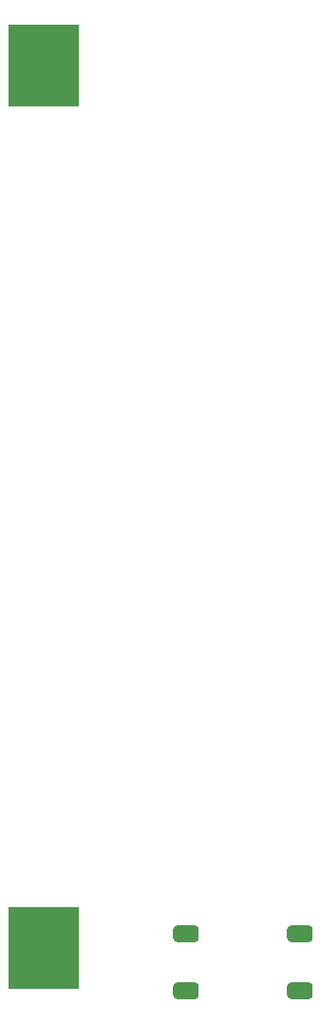
<source format=gbr>
%TF.GenerationSoftware,KiCad,Pcbnew,7.0.9+dfsg-1*%
%TF.CreationDate,2023-11-29T16:22:22+07:00*%
%TF.ProjectId,wifitools,77696669-746f-46f6-9c73-2e6b69636164,rev?*%
%TF.SameCoordinates,Original*%
%TF.FileFunction,Paste,Bot*%
%TF.FilePolarity,Positive*%
%FSLAX46Y46*%
G04 Gerber Fmt 4.6, Leading zero omitted, Abs format (unit mm)*
G04 Created by KiCad (PCBNEW 7.0.9+dfsg-1) date 2023-11-29 16:22:22*
%MOMM*%
%LPD*%
G01*
G04 APERTURE LIST*
G04 Aperture macros list*
%AMRoundRect*
0 Rectangle with rounded corners*
0 $1 Rounding radius*
0 $2 $3 $4 $5 $6 $7 $8 $9 X,Y pos of 4 corners*
0 Add a 4 corners polygon primitive as box body*
4,1,4,$2,$3,$4,$5,$6,$7,$8,$9,$2,$3,0*
0 Add four circle primitives for the rounded corners*
1,1,$1+$1,$2,$3*
1,1,$1+$1,$4,$5*
1,1,$1+$1,$6,$7*
1,1,$1+$1,$8,$9*
0 Add four rect primitives between the rounded corners*
20,1,$1+$1,$2,$3,$4,$5,0*
20,1,$1+$1,$4,$5,$6,$7,0*
20,1,$1+$1,$6,$7,$8,$9,0*
20,1,$1+$1,$8,$9,$2,$3,0*%
G04 Aperture macros list end*
%ADD10RoundRect,0.381000X0.762000X0.381000X-0.762000X0.381000X-0.762000X-0.381000X0.762000X-0.381000X0*%
%ADD11R,6.350000X7.340000*%
G04 APERTURE END LIST*
D10*
%TO.C,R1*%
X137160000Y-137160000D03*
X147320000Y-137160000D03*
%TD*%
D11*
%TO.C,REF\u002A\u002A*%
X124460000Y-59730000D03*
X124460000Y-138390000D03*
%TD*%
D10*
%TO.C,R2*%
X137160000Y-142240000D03*
X147320000Y-142240000D03*
%TD*%
M02*

</source>
